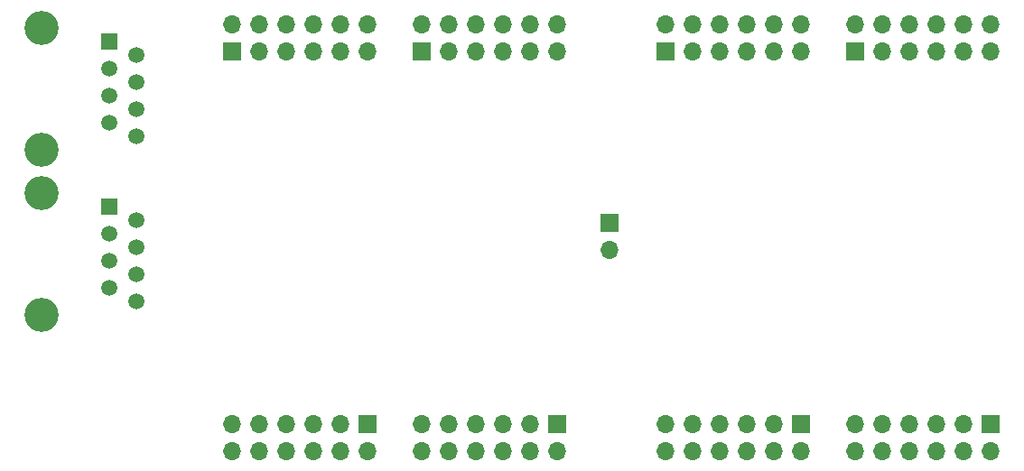
<source format=gbr>
%TF.GenerationSoftware,KiCad,Pcbnew,8.0.2*%
%TF.CreationDate,2025-01-01T18:30:46+01:00*%
%TF.ProjectId,test,74657374-2e6b-4696-9361-645f70636258,rev?*%
%TF.SameCoordinates,Original*%
%TF.FileFunction,Soldermask,Bot*%
%TF.FilePolarity,Negative*%
%FSLAX46Y46*%
G04 Gerber Fmt 4.6, Leading zero omitted, Abs format (unit mm)*
G04 Created by KiCad (PCBNEW 8.0.2) date 2025-01-01 18:30:46*
%MOMM*%
%LPD*%
G01*
G04 APERTURE LIST*
%ADD10O,1.700000X1.700000*%
%ADD11R,1.700000X1.700000*%
%ADD12C,3.200000*%
%ADD13R,1.500000X1.500000*%
%ADD14C,1.500000*%
G04 APERTURE END LIST*
D10*
%TO.C,J3*%
X153525000Y-92290000D03*
D11*
X153525000Y-89750000D03*
%TD*%
D12*
%TO.C,J2*%
X100250000Y-86947500D03*
X100250000Y-98377500D03*
D13*
X106600000Y-88217500D03*
D14*
X109140000Y-89487500D03*
X106600000Y-90757500D03*
X109140000Y-92027500D03*
X106600000Y-93297500D03*
X109140000Y-94567500D03*
X106600000Y-95837500D03*
X109140000Y-97107500D03*
%TD*%
D11*
%TO.C,J11*%
X189230000Y-108580000D03*
D10*
X189230000Y-111120000D03*
X186690000Y-108580000D03*
X186690000Y-111120000D03*
X184150000Y-108580000D03*
X184150000Y-111120000D03*
X181610000Y-108580000D03*
X181610000Y-111120000D03*
X179070000Y-108580000D03*
X179070000Y-111120000D03*
X176530000Y-108580000D03*
X176530000Y-111120000D03*
%TD*%
D11*
%TO.C,J5*%
X135890000Y-73665000D03*
D10*
X135890000Y-71125000D03*
X138430000Y-73665000D03*
X138430000Y-71125000D03*
X140970000Y-73665000D03*
X140970000Y-71125000D03*
X143510000Y-73665000D03*
X143510000Y-71125000D03*
X146050000Y-73665000D03*
X146050000Y-71125000D03*
X148590000Y-73665000D03*
X148590000Y-71125000D03*
%TD*%
D12*
%TO.C,J1*%
X100250000Y-71447500D03*
X100250000Y-82877500D03*
D13*
X106600000Y-72717500D03*
D14*
X109140000Y-73987500D03*
X106600000Y-75257500D03*
X109140000Y-76527500D03*
X106600000Y-77797500D03*
X109140000Y-79067500D03*
X106600000Y-80337500D03*
X109140000Y-81607500D03*
%TD*%
D11*
%TO.C,J7*%
X176530000Y-73665000D03*
D10*
X176530000Y-71125000D03*
X179070000Y-73665000D03*
X179070000Y-71125000D03*
X181610000Y-73665000D03*
X181610000Y-71125000D03*
X184150000Y-73665000D03*
X184150000Y-71125000D03*
X186690000Y-73665000D03*
X186690000Y-71125000D03*
X189230000Y-73665000D03*
X189230000Y-71125000D03*
%TD*%
D11*
%TO.C,J6*%
X158750000Y-73665000D03*
D10*
X158750000Y-71125000D03*
X161290000Y-73665000D03*
X161290000Y-71125000D03*
X163830000Y-73665000D03*
X163830000Y-71125000D03*
X166370000Y-73665000D03*
X166370000Y-71125000D03*
X168910000Y-73665000D03*
X168910000Y-71125000D03*
X171450000Y-73665000D03*
X171450000Y-71125000D03*
%TD*%
D11*
%TO.C,J4*%
X118110000Y-73665000D03*
D10*
X118110000Y-71125000D03*
X120650000Y-73665000D03*
X120650000Y-71125000D03*
X123190000Y-73665000D03*
X123190000Y-71125000D03*
X125730000Y-73665000D03*
X125730000Y-71125000D03*
X128270000Y-73665000D03*
X128270000Y-71125000D03*
X130810000Y-73665000D03*
X130810000Y-71125000D03*
%TD*%
D11*
%TO.C,J8*%
X130810000Y-108580000D03*
D10*
X130810000Y-111120000D03*
X128270000Y-108580000D03*
X128270000Y-111120000D03*
X125730000Y-108580000D03*
X125730000Y-111120000D03*
X123190000Y-108580000D03*
X123190000Y-111120000D03*
X120650000Y-108580000D03*
X120650000Y-111120000D03*
X118110000Y-108580000D03*
X118110000Y-111120000D03*
%TD*%
D11*
%TO.C,J10*%
X171450000Y-108580000D03*
D10*
X171450000Y-111120000D03*
X168910000Y-108580000D03*
X168910000Y-111120000D03*
X166370000Y-108580000D03*
X166370000Y-111120000D03*
X163830000Y-108580000D03*
X163830000Y-111120000D03*
X161290000Y-108580000D03*
X161290000Y-111120000D03*
X158750000Y-108580000D03*
X158750000Y-111120000D03*
%TD*%
D11*
%TO.C,J9*%
X148590000Y-108580000D03*
D10*
X148590000Y-111120000D03*
X146050000Y-108580000D03*
X146050000Y-111120000D03*
X143510000Y-108580000D03*
X143510000Y-111120000D03*
X140970000Y-108580000D03*
X140970000Y-111120000D03*
X138430000Y-108580000D03*
X138430000Y-111120000D03*
X135890000Y-108580000D03*
X135890000Y-111120000D03*
%TD*%
M02*

</source>
